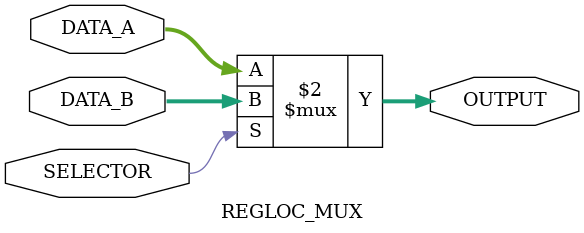
<source format=v>
`timescale 1ns / 1ps

/*
    MUX for Reg2Loc
    DATA_A -> instr[20:16]
    DATA_B -> instr[4:0]
    SELECTOR assigns from control Reg2Loc
*/
module REGLOC_MUX(
        input SELECTOR,
        input [4:0]DATA_A,
        input [4:0]DATA_B,
        output [4:0] OUTPUT
    );
    
    assign OUTPUT = (SELECTOR == 0) ? DATA_A : DATA_B;
endmodule

</source>
